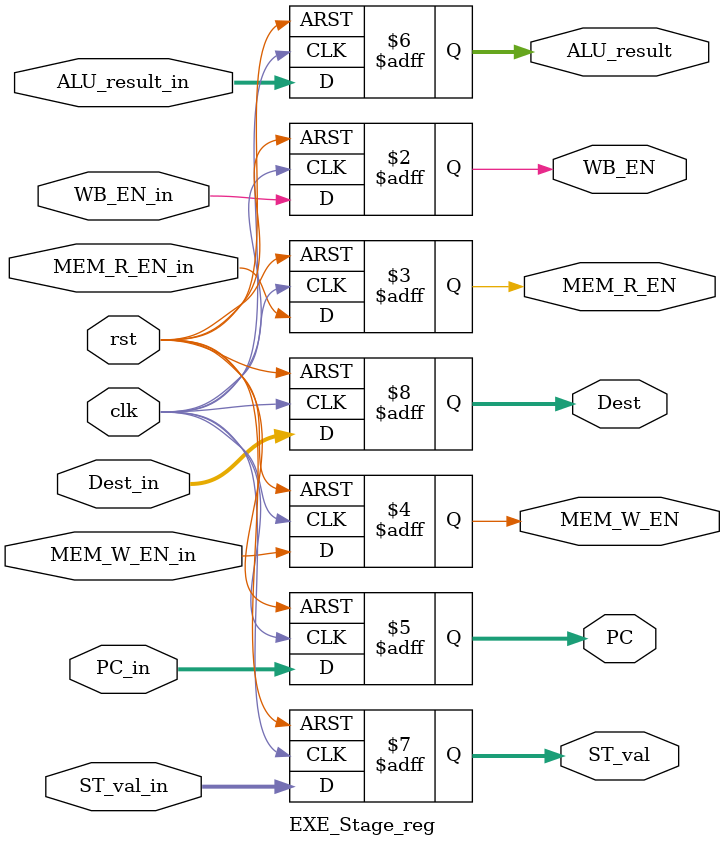
<source format=v>
module EXE_Stage_reg(
	input clk,
	input rst,

	input WB_EN_in,
	input MEM_R_EN_in,
	input MEM_W_EN_in,
	input [31:0] PC_in,
	input [31:0] ALU_result_in,
	input [31:0] ST_val_in,
	input [4:0] Dest_in,

	output reg WB_EN,
	output reg MEM_R_EN,
	output reg MEM_W_EN,
	output reg [31:0] PC,
	output reg [31:0] ALU_result,
	output reg [31:0] ST_val,
	output reg [4:0] Dest
);
	always @(posedge clk, posedge rst) begin
		if(rst) begin
			WB_EN <= 0;
			MEM_R_EN <= 0;
			MEM_W_EN <= 0;
			PC <= 0;
			ALU_result <= 0;
			ST_val <= 0;
			Dest <= 0;
		end
		else begin
			WB_EN <= WB_EN_in;
			MEM_R_EN <= MEM_R_EN_in;
			MEM_W_EN <= MEM_W_EN_in;
			PC <= PC_in;
			ALU_result <= ALU_result_in;
			ST_val <= ST_val_in;
			Dest <= Dest_in;
		end
	end

endmodule

</source>
